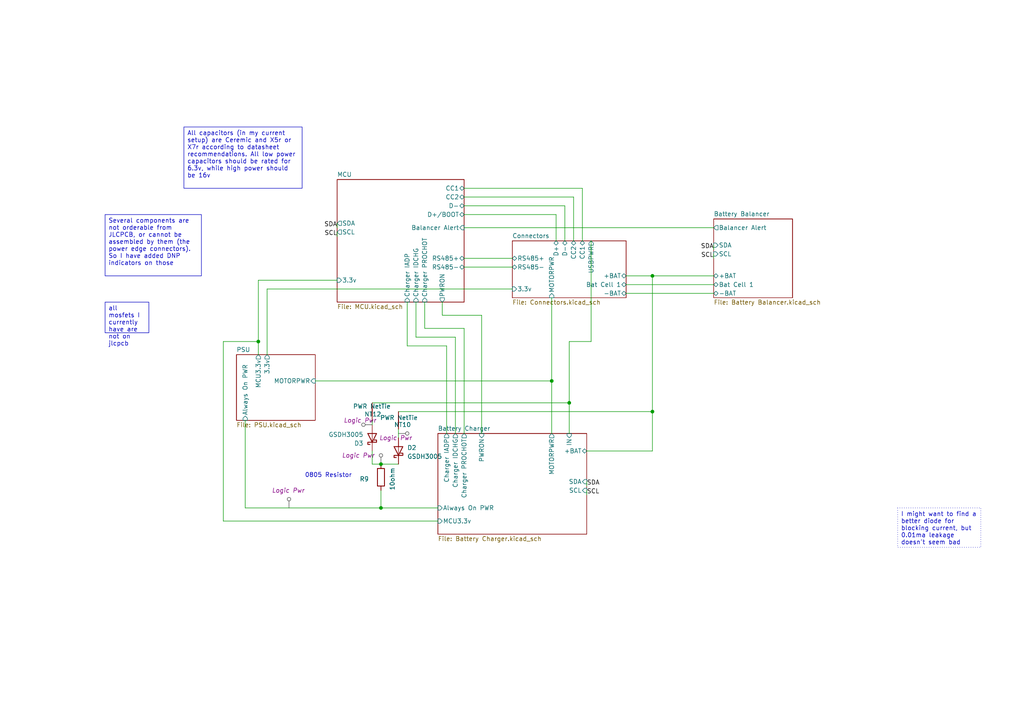
<source format=kicad_sch>
(kicad_sch (version 20231120) (generator "eeschema") (generator_version "8.0")
  (paper "A4")
  (title_block (title "CACKLE 2s 40A PSU & Charger") (date "2024-12-23") (rev "V1") (comment 1 "Author: Asher Edwards"))
  (lib_symbols
    (symbol "Device:D_Schottky" (pin_numbers hide) (pin_names (offset 1.016) hide)
      (property "Reference" "D" (at 0 2.54 0))
      (property "Value" "D_Schottky" (at 0 -2.54 0))
      (symbol "D_Schottky_0_1"
        (polyline (pts (xy 1.27 0) (xy -1.27 0)))
        (polyline (pts (xy 1.27 1.27) (xy 1.27 -1.27) (xy -1.27 0) (xy 1.27 1.27)) (stroke (width 0.254)))
        (polyline (pts (xy -1.905 0.635) (xy -1.905 1.27) (xy -1.27 1.27) (xy -1.27 -1.27) (xy -0.635 -1.27) (xy -0.635 -0.635)) (stroke (width 0.254)))
      )
      (symbol "D_Schottky_1_1"
        (pin passive line (at -3.81 0 0) (length 2.54) (name "K") (number "1"))
        (pin passive line (at 3.81 0 180) (length 2.54) (name "A") (number "2"))
      )
    )
    (symbol "Device:NetTie_2" (pin_numbers hide) (pin_names (offset 0) hide) (in_bom no)
      (property "Reference" "NT" (at 0 1.27 0))
      (property "Value" "NetTie_2" (at 0 -1.27 0))
      (symbol "NetTie_2_0_1"
        (polyline (pts (xy -1.27 0) (xy 1.27 0)) (stroke (width 0.254)))
      )
      (symbol "NetTie_2_1_1"
        (pin passive line (at -2.54 0 0) (length 2.54) (name "1") (number "1"))
        (pin passive line (at 2.54 0 180) (length 2.54) (name "2") (number "2"))
      )
    )
    (symbol "Device:R" (pin_numbers hide) (pin_names (offset 0))
      (property "Reference" "R" (at 2.032 0 90))
      (property "Value" "R" (at 0 0 90))
      (symbol "R_0_1"
        (rectangle (start -1.016 -2.54) (end 1.016 2.54) (stroke (width 0.254)))
      )
      (symbol "R_1_1"
        (pin passive line (at 0 3.81 270) (length 1.27) (name "~") (number "1"))
        (pin passive line (at 0 -3.81 90) (length 1.27) (name "~") (number "2"))
      )
    )
  )
  (junction (at 110.49 134.62))
  (junction (at 74.93 99.06))
  (junction (at 165.1 116.84))
  (junction (at 189.23 119.38))
  (junction (at 160.02 110.49))
  (junction (at 110.49 147.32))
  (junction (at 189.23 80.01))
  (wire (pts (xy 170.18 140.97) (xy 170.18 139.7)))
  (wire (pts (xy 97.79 68.58) (xy 97.79 67.31)))
  (wire (pts (xy 107.95 123.19) (xy 107.95 121.92)))
  (wire (pts (xy 71.12 121.92) (xy 71.12 147.32)))
  (wire (pts (xy 181.61 80.01) (xy 189.23 80.01)))
  (wire (pts (xy 120.65 87.63) (xy 120.65 97.79)))
  (wire (pts (xy 170.18 143.51) (xy 170.18 142.24)))
  (wire (pts (xy 165.1 99.06) (xy 165.1 116.84)))
  (wire (pts (xy 110.49 147.32) (xy 127 147.32)))
  (wire (pts (xy 168.91 54.61) (xy 134.62 54.61)))
  (wire (pts (xy 77.47 102.87) (xy 77.47 83.82)))
  (wire (pts (xy 64.77 99.06) (xy 74.93 99.06)))
  (wire (pts (xy 163.83 59.69) (xy 134.62 59.69)))
  (wire (pts (xy 77.47 83.82) (xy 148.59 83.82)))
  (wire (pts (xy 161.29 62.23) (xy 134.62 62.23)))
  (wire (pts (xy 74.93 81.28) (xy 97.79 81.28)))
  (wire (pts (xy 189.23 80.01) (xy 189.23 119.38)))
  (wire (pts (xy 107.95 134.62) (xy 110.49 134.62)))
  (wire (pts (xy 71.12 147.32) (xy 110.49 147.32)))
  (wire (pts (xy 181.61 85.09) (xy 207.01 85.09)))
  (wire (pts (xy 139.7 91.44) (xy 139.7 125.73)))
  (wire (pts (xy 168.91 69.85) (xy 168.91 54.61)))
  (wire (pts (xy 107.95 130.81) (xy 107.95 134.62)))
  (wire (pts (xy 118.11 100.33) (xy 129.54 100.33)))
  (wire (pts (xy 128.27 87.63) (xy 128.27 91.44)))
  (wire (pts (xy 74.93 99.06) (xy 74.93 81.28)))
  (wire (pts (xy 166.37 69.85) (xy 166.37 57.15)))
  (wire (pts (xy 128.27 91.44) (xy 139.7 91.44)))
  (wire (pts (xy 74.93 102.87) (xy 74.93 99.06)))
  (wire (pts (xy 91.44 110.49) (xy 160.02 110.49)))
  (wire (pts (xy 181.61 82.55) (xy 207.01 82.55)))
  (wire (pts (xy 120.65 97.79) (xy 132.08 97.79)))
  (wire (pts (xy 165.1 116.84) (xy 165.1 125.73)))
  (wire (pts (xy 207.01 72.39) (xy 207.01 71.12)))
  (wire (pts (xy 110.49 134.62) (xy 115.57 134.62)))
  (wire (pts (xy 163.83 69.85) (xy 163.83 59.69)))
  (wire (pts (xy 132.08 97.79) (xy 132.08 125.73)))
  (wire (pts (xy 107.95 116.84) (xy 165.1 116.84)))
  (wire (pts (xy 127 151.13) (xy 64.77 151.13)))
  (wire (pts (xy 110.49 142.24) (xy 110.49 147.32)))
  (wire (pts (xy 134.62 66.04) (xy 207.01 66.04)))
  (wire (pts (xy 166.37 57.15) (xy 134.62 57.15)))
  (wire (pts (xy 160.02 86.36) (xy 160.02 110.49)))
  (wire (pts (xy 207.01 74.93) (xy 207.01 73.66)))
  (wire (pts (xy 123.19 95.25) (xy 134.62 95.25)))
  (wire (pts (xy 161.29 69.85) (xy 161.29 62.23)))
  (wire (pts (xy 97.79 66.04) (xy 97.79 64.77)))
  (wire (pts (xy 134.62 95.25) (xy 134.62 125.73)))
  (wire (pts (xy 123.19 87.63) (xy 123.19 95.25)))
  (wire (pts (xy 165.1 99.06) (xy 171.45 99.06)))
  (wire (pts (xy 189.23 130.81) (xy 170.18 130.81)))
  (wire (pts (xy 129.54 100.33) (xy 129.54 125.73)))
  (wire (pts (xy 115.57 127) (xy 115.57 124.46)))
  (wire (pts (xy 64.77 151.13) (xy 64.77 99.06)))
  (wire (pts (xy 134.62 77.47) (xy 148.59 77.47)))
  (wire (pts (xy 189.23 80.01) (xy 207.01 80.01)))
  (wire (pts (xy 189.23 119.38) (xy 189.23 130.81)))
  (wire (pts (xy 118.11 87.63) (xy 118.11 100.33)))
  (wire (pts (xy 134.62 74.93) (xy 148.59 74.93)))
  (wire (pts (xy 115.57 119.38) (xy 189.23 119.38)))
  (wire (pts (xy 171.45 99.06) (xy 171.45 69.85)))
  (wire (pts (xy 160.02 110.49) (xy 160.02 125.73)))
  (text_box "All capacitors (in my current setup) are Ceremic and X5r or X7r according to datasheet recommendations. All low power capacitors should be rated for 6.3v, while high power should be 16v" (at 53.34 36.83 0) (size 34.29 17.78) (effects (font (size 1.27 1.27)) (justify left top)))
  (text_box "Several components are not orderable from JLCPCB, or cannot be assembled by them (the power edge connectors). So I have added DNP indicators on those" (at 30.48 62.23 0) (size 27.94 17.78) (effects (font (size 1.27 1.27)) (justify left top)))
  (text_box "all mosfets I currently have are not on jlcpcb" (at 30.48 87.63 0) (size 12.7 8.89) (effects (font (size 1.27 1.27)) (justify left top)))
  (text_box "I might want to find a better diode for blocking current, but 0.01ma leakage doesn't seem bad" (at 260.35 147.32 0) (size 24.13 11.43) (stroke (width 0) (type dot)) (fill (type color) (color 255 10 16 0)) (effects (font (size 1.27 1.27)) (justify left top)))
  (text "0805 Resistor" (at 95.25 137.922 0) (effects (font (size 1.27 1.27))))
  (label "SDA" (at 170.18 140.97 0))
  (label "SCL" (at 170.18 143.51 0))
  (label "SDA" (at 97.79 66.04 180))
  (label "SCL" (at 207.01 74.93 180))
  (label "SDA" (at 207.01 72.39 180))
  (label "SCL" (at 97.79 68.58 180))
  (netclass_flag "" (length 2.54) (shape round) (at 110.49 134.62 0) (property "Netclass" "Logic Pwr" (at 108.712 132.08 0) (effects (font (italic yes)) (justify right))))
  (netclass_flag "" (length 2.54) (shape round) (at 115.57 125.73 270) (property "Netclass" "Logic Pwr" (at 109.982 127 0) (effects (font (italic yes)) (justify left))))
  (netclass_flag "" (length 2.54) (shape round) (at 83.82 147.32 0) (property "Netclass" "Logic Pwr" (at 88.392 142.24 0) (effects (font (italic yes)) (justify right))))
  (netclass_flag "" (length 2.54) (shape round) (at 107.95 123.19 90) (property "Netclass" "Logic Pwr" (at 109.22 121.92 0) (effects (font (italic yes)) (justify right))))
  (symbol (lib_id "Device:R") (at 110.49 138.43 180) (unit 1)
    (property "Reference" "R9" (at 105.664 138.938 0))
    (property "Value" "10ohm" (at 113.792 138.938 90))
    (property "Footprint" "Resistor_SMD:R_0805_2012Metric" (effects (hide yes)))
    (property "Description" "Resistor" (effects (hide yes)))
    (property "LCSC" "C17415" (effects (hide yes)))
  )
  (symbol (lib_id "Device:D_Schottky") (at 107.95 127 90) (unit 1)
    (property "Reference" "D3" (at 105.41 128.5876 90) (effects (justify left)))
    (property "Value" "GSDH3005" (at 105.41 126.0476 90) (effects (justify left)))
    (property "Footprint" "Diode_SMD:D_0402_1005Metric" (effects (hide yes)))
    (property "Description" "Schottky diode" (effects (hide yes)))
    (property "Sim.Device" "D" (effects (hide yes)))
    (property "Sim.Pins" "1=K 2=A" (effects (hide yes)))
    (property "LCSC" "C2837790" (effects (hide yes)))
  )
  (symbol (lib_id "Device:NetTie_2") (at 115.57 121.92 90) (unit 1) (in_bom no)
    (property "Reference" "NT10" (at 114.3 123.19 90) (effects (justify right)))
    (property "Value" "PWR NetTie" (at 110.236 121.158 90) (effects (justify right)))
    (property "Footprint" "custom_Connector:NetTie-2_SMD_Pad0.28mm" (effects (hide yes)))
    (property "Description" "Net tie, 2 pins" (effects (hide yes)))
  )
  (symbol (lib_id "Device:D_Schottky") (at 115.57 130.81 90) (unit 1)
    (property "Reference" "D2" (at 118.11 129.8574 90) (effects (justify right)))
    (property "Value" "GSDH3005" (at 118.11 132.3974 90) (effects (justify right)))
    (property "Footprint" "Diode_SMD:D_0402_1005Metric" (effects (hide yes)))
    (property "Description" "Schottky diode" (effects (hide yes)))
    (property "Sim.Device" "D" (effects (hide yes)))
    (property "Sim.Pins" "1=K 2=A" (effects (hide yes)))
    (property "LCSC" "C2837790" (effects (hide yes)))
  )
  (symbol (lib_id "Device:NetTie_2") (at 107.95 119.38 90) (unit 1) (in_bom no)
    (property "Reference" "NT12" (at 105.664 120.142 90) (effects (justify right)))
    (property "Value" "PWR NetTie" (at 102.362 117.856 90) (effects (justify right)))
    (property "Footprint" "custom_Connector:NetTie-2_SMD_Pad0.28mm" (effects (hide yes)))
    (property "Description" "Net tie, 2 pins" (effects (hide yes)))
  )
  (sheet (at 148.59 69.85) (size 33.02 16.51) (stroke (width 0.1524))
    (property "Sheetname" "Connectors" (at 148.59 69.1384 0) (effects (justify left bottom)))
    (property "Sheetfile" "Connectors.kicad_sch" (at 148.59 86.9446 0) (effects (justify left top)))
    (pin "USBPWR" output (at 171.45 69.85 90))
    (pin "Bat Cell 1" bidirectional (at 181.61 82.55 0))
    (pin "+BAT" bidirectional (at 181.61 80.01 0))
    (pin "-BAT" bidirectional (at 181.61 85.09 0))
    (pin "MOTORPWR" input (at 160.02 86.36 270))
    (pin "RS485+" bidirectional (at 148.59 74.93 180))
    (pin "3.3v" input (at 148.59 83.82 180))
    (pin "RS485-" bidirectional (at 148.59 77.47 180))
    (pin "CC1" bidirectional (at 168.91 69.85 90))
    (pin "CC2" bidirectional (at 166.37 69.85 90))
    (pin "D-" bidirectional (at 163.83 69.85 90))
    (pin "D+" bidirectional (at 161.29 69.85 90))
  )
  (sheet (at 127 125.73) (size 43.18 29.21) (stroke (width 0.1524))
    (property "Sheetname" "Battery Charger" (at 127 125.0184 0) (effects (justify left bottom)))
    (property "Sheetfile" "Battery Charger.kicad_sch" (at 127 155.5246 0) (effects (justify left top)))
    (pin "SDA" input (at 170.18 139.7 0))
    (pin "SCL" input (at 170.18 142.24 0))
    (pin "+BAT" bidirectional (at 170.18 130.81 0))
    (pin "IN" input (at 165.1 125.73 90))
    (pin "MOTORPWR" output (at 160.02 125.73 90))
    (pin "Charger PROCHOT" output (at 134.62 125.73 90))
    (pin "Charger IADP" output (at 129.54 125.73 90))
    (pin "Charger IDCHG" output (at 132.08 125.73 90))
    (pin "PWRON" input (at 139.7 125.73 90))
    (pin "Always On PWR" input (at 127 147.32 180))
    (pin "MCU3.3v" input (at 127 151.13 180))
  )
  (sheet (at 97.79 52.07) (size 36.83 35.56) (stroke (width 0.1524))
    (property "Sheetname" "MCU" (at 97.79 51.3584 0) (effects (justify left bottom)))
    (property "Sheetfile" "MCU.kicad_sch" (at 97.79 88.2146 0) (effects (justify left top)))
    (pin "3.3v" input (at 97.79 81.28 180))
    (pin "SDA" output (at 97.79 64.77 180))
    (pin "SCL" output (at 97.79 67.31 180))
    (pin "Charger PROCHOT" input (at 123.19 87.63 270))
    (pin "RS485-" bidirectional (at 134.62 77.47 0))
    (pin "RS485+" bidirectional (at 134.62 74.93 0))
    (pin "Balancer Alert" input (at 134.62 66.04 0))
    (pin "Charger IDCHG" input (at 120.65 87.63 270))
    (pin "Charger IADP" input (at 118.11 87.63 270))
    (pin "PWRON" output (at 128.27 87.63 270))
    (pin "D+{slash}BOOT" bidirectional (at 134.62 62.23 0))
    (pin "CC2" bidirectional (at 134.62 57.15 0))
    (pin "D-" bidirectional (at 134.62 59.69 0))
    (pin "CC1" bidirectional (at 134.62 54.61 0))
  )
  (sheet (at 207.01 63.5) (size 22.86 22.86) (stroke (width 0.1524))
    (property "Sheetname" "Battery Balancer" (at 207.01 62.7884 0) (effects (justify left bottom)))
    (property "Sheetfile" "Battery Balancer.kicad_sch" (at 207.01 86.9446 0) (effects (justify left top)))
    (pin "-BAT" bidirectional (at 207.01 85.09 180))
    (pin "SDA" input (at 207.01 71.12 180))
    (pin "SCL" input (at 207.01 73.66 180))
    (pin "+BAT" bidirectional (at 207.01 80.01 180))
    (pin "Bat Cell 1" bidirectional (at 207.01 82.55 180))
    (pin "Balancer Alert" output (at 207.01 66.04 180))
  )
  (sheet (at 68.58 102.87) (size 22.86 19.05) (stroke (width 0.1524))
    (property "Sheetname" "PSU" (at 68.58 102.1584 0) (effects (justify left bottom)))
    (property "Sheetfile" "PSU.kicad_sch" (at 68.58 122.5046 0) (effects (justify left top)))
    (pin "3.3v" output (at 77.47 102.87 90))
    (pin "MCU3.3v" output (at 74.93 102.87 90))
    (pin "MOTORPWR" input (at 91.44 110.49 0))
    (pin "Always On PWR" input (at 71.12 121.92 270))
  )
)
</source>
